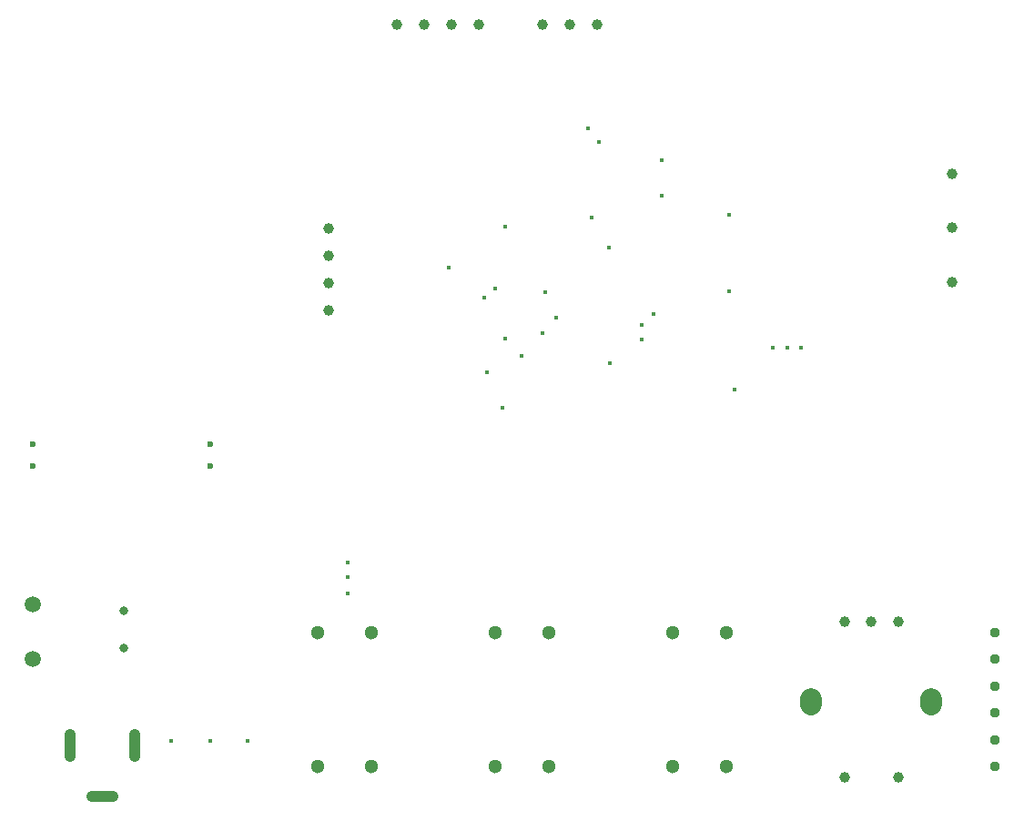
<source format=gbr>
%TF.GenerationSoftware,KiCad,Pcbnew,8.0.4*%
%TF.CreationDate,2024-08-21T21:56:52+03:00*%
%TF.ProjectId,stm32f030k6t6,73746d33-3266-4303-9330-6b3674362e6b,rev?*%
%TF.SameCoordinates,Original*%
%TF.FileFunction,Plated,1,2,PTH,Mixed*%
%TF.FilePolarity,Positive*%
%FSLAX46Y46*%
G04 Gerber Fmt 4.6, Leading zero omitted, Abs format (unit mm)*
G04 Created by KiCad (PCBNEW 8.0.4) date 2024-08-21 21:56:52*
%MOMM*%
%LPD*%
G01*
G04 APERTURE LIST*
%TA.AperFunction,ViaDrill*%
%ADD10C,0.400000*%
%TD*%
%TA.AperFunction,ComponentDrill*%
%ADD11C,0.600000*%
%TD*%
%TA.AperFunction,ComponentDrill*%
%ADD12C,0.800000*%
%TD*%
%TA.AperFunction,ComponentDrill*%
%ADD13C,0.950000*%
%TD*%
G04 aperture for slot hole*
%TA.AperFunction,ComponentDrill*%
%ADD14C,1.000000*%
%TD*%
%TA.AperFunction,ComponentDrill*%
%ADD15C,1.000000*%
%TD*%
%TA.AperFunction,ComponentDrill*%
%ADD16C,1.300000*%
%TD*%
%TA.AperFunction,ComponentDrill*%
%ADD17C,1.520000*%
%TD*%
G04 aperture for slot hole*
%TA.AperFunction,ComponentDrill*%
%ADD18C,2.000000*%
%TD*%
G04 APERTURE END LIST*
D10*
X167400000Y-116600000D03*
X171000000Y-116600000D03*
X174500000Y-116600000D03*
X183800000Y-100000000D03*
X183800000Y-101400000D03*
X183800000Y-102900000D03*
X193200000Y-72600000D03*
X196500000Y-75400000D03*
X196800000Y-82285000D03*
X197500000Y-74500000D03*
X198200000Y-85650000D03*
X198500000Y-68800000D03*
X198500000Y-79200000D03*
X200000000Y-80800000D03*
X201900000Y-78700000D03*
X202200000Y-74900000D03*
X203200000Y-77200000D03*
X206200000Y-59600000D03*
X206500000Y-67900000D03*
X207200000Y-60900000D03*
X208100000Y-70700000D03*
X208200000Y-81500000D03*
X211200000Y-77900000D03*
X211200000Y-79300000D03*
X212300000Y-76900000D03*
X213000000Y-62610000D03*
X213000000Y-65900000D03*
X219300000Y-67700000D03*
X219300000Y-74800000D03*
X219800000Y-83900000D03*
X223344975Y-80000000D03*
X224672793Y-80000000D03*
X226000000Y-80000000D03*
D11*
%TO.C,C7*%
X154500000Y-89000000D03*
X154500000Y-91000000D03*
%TO.C,C9*%
X171000000Y-89000000D03*
X171000000Y-91000000D03*
D12*
%TO.C,C5*%
X163000000Y-104500000D03*
X163000000Y-108000000D03*
D13*
%TO.C,J5*%
X244000000Y-106500000D03*
X244000000Y-109000000D03*
X244000000Y-111500000D03*
X244000000Y-114000000D03*
X244000000Y-116500000D03*
X244000000Y-119000000D03*
D14*
%TO.C,J1*%
X158000000Y-118042500D02*
X158000000Y-116042500D01*
X162000000Y-121742500D02*
X160000000Y-121742500D01*
X164000000Y-118042500D02*
X164000000Y-116042500D01*
D15*
%TO.C,J2*%
X182000000Y-68980000D03*
X182000000Y-71520000D03*
X182000000Y-74060000D03*
X182000000Y-76600000D03*
%TO.C,J3*%
X188380000Y-50000000D03*
X190920000Y-50000000D03*
X193460000Y-50000000D03*
X196000000Y-50000000D03*
%TO.C,J4*%
X201920000Y-50000000D03*
X204460000Y-50000000D03*
X207000000Y-50000000D03*
%TO.C,SW1*%
X230000000Y-105500000D03*
X230000000Y-120000000D03*
X232500000Y-105500000D03*
X235000000Y-105500000D03*
X235000000Y-120000000D03*
%TO.C,TP3*%
X240000000Y-63900000D03*
%TO.C,TP2*%
X240000000Y-68900000D03*
%TO.C,TP1*%
X240000000Y-73900000D03*
D16*
%TO.C,SW2*%
X181000000Y-106500000D03*
X181000000Y-119000000D03*
X186000000Y-106500000D03*
X186000000Y-119000000D03*
%TO.C,SW4*%
X197500000Y-106500000D03*
X197500000Y-119000000D03*
X202500000Y-106500000D03*
X202500000Y-119000000D03*
%TO.C,SW3*%
X214000000Y-106500000D03*
X214000000Y-119000000D03*
X219000000Y-106500000D03*
X219000000Y-119000000D03*
D17*
%TO.C,J6*%
X154500000Y-103920000D03*
X154500000Y-109000000D03*
D18*
%TO.C,SW1*%
X226900000Y-113250000D02*
X226900000Y-112750000D01*
X238100000Y-113250000D02*
X238100000Y-112750000D01*
M02*

</source>
